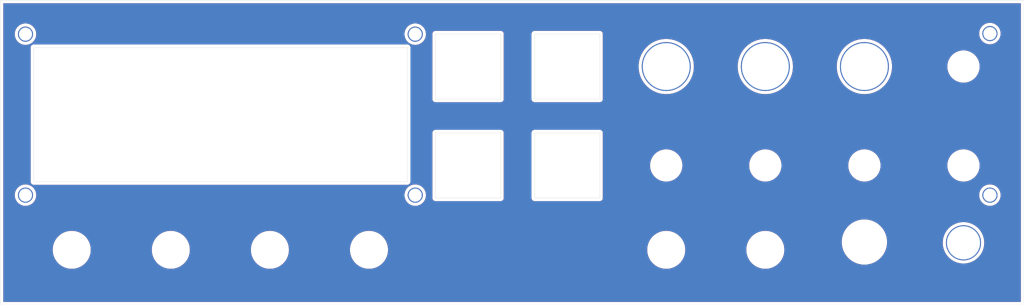
<source format=kicad_pcb>
(kicad_pcb (version 20211014) (generator pcbnew)
  (layers (0 "F.Cu" signal) (31 "B.Cu" signal) (34 "B.Paste" user) (35 "F.Paste" user) (36 "B.SilkS" user "B.Silkscreen") (37 "F.SilkS" user "F.Silkscreen") (38 "B.Mask" user) (39 "F.Mask" user) (44 "Edge.Cuts" user))
  (net 0 "")
  (net 1 "GND")
  (footprint "" (layer "F.Cu") (at 64.5668 98.884741)
    (fp_text reference "@HOLE4" hide)
    (fp_text value "" (at 0 0) (layer "F.SilkS") (effects (font (size 1.27 1.27))))
    (pad "" np_thru_hole circle (at 0 0) (size 6.1 6.1) (drill 6.1) (layers *.Cu *.Mask))
  )
  (footprint "" (layer "F.Cu") (at 178.8668 98.884741)
    (fp_text reference "@HOLE8" hide)
    (fp_text value "" (at 0 0) (layer "F.SilkS") (effects (font (size 1.27 1.27))))
    (pad "" np_thru_hole circle (at 0 0) (size 6.1 6.1) (drill 6.1) (layers *.Cu *.Mask))
  )
  (footprint "" (layer "F.Cu") (at 236.0168 63.5889)
    (fp_text reference "@HOLE11" hide)
    (fp_text value "" (at 0 0) (layer "F.SilkS") (effects (font (size 1.27 1.27))))
    (pad "" np_thru_hole circle (at 0 0) (size 5 5) (drill 5) (layers *.Cu *.Mask))
  )
  (footprint "" (layer "F.Cu") (at 197.9168 98.884741)
    (fp_text reference "@HOLE9" hide)
    (fp_text value "" (at 0 0) (layer "F.SilkS") (effects (font (size 1.27 1.27))))
    (pad "" np_thru_hole circle (at 0 0) (size 6.1 6.1) (drill 6.1) (layers *.Cu *.Mask))
  )
  (footprint "" (layer "F.Cu") (at 83.6168 98.884741)
    (fp_text reference "@HOLE5" hide)
    (fp_text value "" (at 0 0) (layer "F.SilkS") (effects (font (size 1.27 1.27))))
    (pad "" np_thru_hole circle (at 0 0) (size 6.1 6.1) (drill 6.1) (layers *.Cu *.Mask))
  )
  (footprint "" (layer "F.Cu") (at 102.6668 98.884741)
    (fp_text reference "@HOLE6" hide)
    (fp_text value "" (at 0 0) (layer "F.SilkS") (effects (font (size 1.27 1.27))))
    (pad "" np_thru_hole circle (at 0 0) (size 6.1 6.1) (drill 6.1) (layers *.Cu *.Mask))
  )
  (footprint "" (layer "F.Cu") (at 178.8668 82.6389)
    (fp_text reference "@HOLE0" hide)
    (fp_text value "" (at 0 0) (layer "F.SilkS") (effects (font (size 1.27 1.27))))
    (pad "" np_thru_hole circle (at 0 0) (size 5 5) (drill 5) (layers *.Cu *.Mask))
  )
  (footprint "" (layer "F.Cu") (at 236.0168 82.6389)
    (fp_text reference "@HOLE2" hide)
    (fp_text value "" (at 0 0) (layer "F.SilkS") (effects (font (size 1.27 1.27))))
    (pad "" np_thru_hole circle (at 0 0) (size 5 5) (drill 5) (layers *.Cu *.Mask))
  )
  (footprint "" (layer "F.Cu") (at 216.9668 97.3836)
    (fp_text reference "@HOLE10" hide)
    (fp_text value "" (at 0 0) (layer "F.SilkS") (effects (font (size 1.27 1.27))))
    (pad "" np_thru_hole circle (at 0 0) (size 7.5 7.5) (drill 7.5) (layers *.Cu *.Mask))
  )
  (footprint "" (layer "F.Cu") (at 216.9668 82.6389)
    (fp_text reference "@HOLE3" hide)
    (fp_text value "" (at 0 0) (layer "F.SilkS") (effects (font (size 1.27 1.27))))
    (pad "" np_thru_hole circle (at 0 0) (size 5 5) (drill 5) (layers *.Cu *.Mask))
  )
  (footprint "" (layer "F.Cu") (at 197.9168 82.6389)
    (fp_text reference "@HOLE1" hide)
    (fp_text value "" (at 0 0) (layer "F.SilkS") (effects (font (size 1.27 1.27))))
    (pad "" np_thru_hole circle (at 0 0) (size 5 5) (drill 5) (layers *.Cu *.Mask))
  )
  (footprint "" (layer "F.Cu") (at 121.7168 98.884741)
    (fp_text reference "@HOLE7" hide)
    (fp_text value "" (at 0 0) (layer "F.SilkS") (effects (font (size 1.27 1.27))))
    (pad "" np_thru_hole circle (at 0 0) (size 6.1 6.1) (drill 6.1) (layers *.Cu *.Mask))
  )
  (gr_rect (start 134.5184 76.3778) (end 147.0152 88.9) (layer "Edge.Cuts") (width 0.05) (fill none))
  (gr_rect (start 57.277 59.944) (end 129.0828 85.7504) (layer "Edge.Cuts") (width 0.05) (fill none))
  (gr_line (start 50.8 109.5248) (end 50.8 50.8) (layer "Edge.Cuts") (width 0.05))
  (gr_line (start 50.8 50.8) (end 247.65 50.8) (layer "Edge.Cuts") (width 0.05))
  (gr_line (start 247.65 50.8) (end 247.65 109.5248) (layer "Edge.Cuts") (width 0.05))
  (gr_line (start 247.65 109.5248) (end 50.8 109.5248) (layer "Edge.Cuts") (width 0.05))
  (gr_rect (start 153.5684 57.3278) (end 166.0652 69.85) (layer "Edge.Cuts") (width 0.05) (fill none))
  (gr_rect (start 153.5684 76.3778) (end 166.0652 88.9) (layer "Edge.Cuts") (width 0.05) (fill none))
  (gr_rect (start 134.5184 57.3278) (end 147.0152 69.85) (layer "Edge.Cuts") (width 0.05) (fill none))
  (via (at 216.9668 63.5889) (size 9.4064) (drill 9) (layers "F.Cu" "B.Cu") (net 1))
  (via (at 55.6768 88.3539) (size 2.9064) (drill 2.5) (layers "F.Cu" "B.Cu") (net 1))
  (via (at 241.0968 57.2389) (size 2.9064) (drill 2.5) (layers "F.Cu" "B.Cu") (net 1))
  (via (at 197.9168 63.5889) (size 9.4064) (drill 9) (layers "F.Cu" "B.Cu") (net 1))
  (via (at 178.8668 63.5889) (size 9.4064) (drill 9) (layers "F.Cu" "B.Cu") (net 1))
  (via (at 55.6768 57.3532) (size 2.9064) (drill 2.5) (layers "F.Cu" "B.Cu") (net 1))
  (via (at 241.0968 88.3539) (size 2.9064) (drill 2.5) (layers "F.Cu" "B.Cu") (net 1))
  (via (at 236.0168 97.536) (size 6.7564) (drill 6.35) (layers "F.Cu" "B.Cu") (net 1))
  (via (at 130.6068 57.3532) (size 2.9064) (drill 2.5) (layers "F.Cu" "B.Cu") (net 1))
  (via (at 130.6068 88.3539) (size 2.9064) (drill 2.5) (layers "F.Cu" "B.Cu") (net 1))
  (zone (net 0) (net_name "") (layer "F.Cu") (priority 6) (connect_pads (clearance 0.6096)) (min_thickness 0.0254) (fill yes (thermal_gap 0.05) (thermal_bridge_width 0.05))
    (polygon (pts (xy 50.8 109.5248) (xy 50.8 50.8) (xy 247.65 50.8) (xy 247.65 109.5248)))
  )
  (zone (net 0) (net_name "") (layer "B.Cu") (priority 6) (connect_pads (clearance 0.6096)) (min_thickness 0.0254) (fill yes (thermal_gap 0.05) (thermal_bridge_width 0.05))
    (polygon (pts (xy 50.8 109.5248) (xy 50.8 50.8) (xy 247.65 50.8) (xy 247.65 109.5248)))
  )
)
</source>
